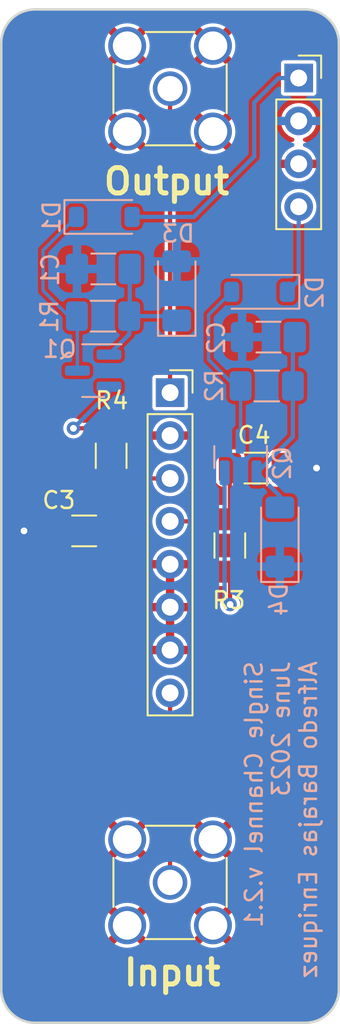
<source format=kicad_pcb>
(kicad_pcb (version 20221018) (generator pcbnew)
  (layers (0 "F.Cu" signal) (1 "In1.Cu" signal) (2 "In2.Cu" signal) (31 "B.Cu" signal) (34 "B.Paste" user) (35 "F.Paste" user) (36 "B.SilkS" user "B.Silkscreen") (37 "F.SilkS" user "F.Silkscreen") (38 "B.Mask" user) (39 "F.Mask" user) (44 "Edge.Cuts" user))
  (net 0 "")
  (net 1 "GND")
  (net 2 "Net-(D3-K)")
  (net 3 "Net-(D4-A)")
  (net 4 "+11")
  (net 5 "Net-(D1-A)")
  (net 6 "Net-(D2-K)")
  (net 7 "-11")
  (net 8 "Net-(J2-Output)")
  (net 9 "Net-(J2-Pin_3)")
  (net 10 "Net-(J2-Pin_4)")
  (net 11 "Net-(J2-Input)")
  (net 12 "Net-(Q1-E)")
  (net 13 "Net-(Q2-E)")
  (net 14 "GND1")
  (footprint "Resistor_SMD:R_1206_3216Metric_Pad1.30x1.75mm_HandSolder" (layer "F.Cu") (at 68.54 47.05 90)
    (fp_text reference "R3" (at -3.25 -0.06 180) (layer "F.SilkS"))
    (fp_text value "4.7" hide)
    (fp_line (start -0.727064 -0.91) (end 0.727064 -0.91) (stroke (width 0.12)) (layer "F.SilkS"))
    (fp_line (start -0.727064 0.91) (end 0.727064 0.91) (stroke (width 0.12)) (layer "F.SilkS"))
    (pad "1" smd roundrect (at -1.55 0 90) (size 1.3 1.75) (layers "F.Cu" "F.Paste" "F.Mask") (roundrect_rratio 0.1923076923) (net 13 "Net-(Q2-E)"))
    (pad "2" smd roundrect (at 1.55 0 90) (size 1.3 1.75) (layers "F.Cu" "F.Paste" "F.Mask") (roundrect_rratio 0.1923076923) (net 10 "Net-(J2-Pin_4)"))
  )
  (footprint "Connector_PinSocket_2.54mm:PinSocket_1x04_P2.54mm_Vertical" (layer "F.Cu") (at 72.62 19.37)
    (fp_text reference "J3" hide)
    (fp_text value "Conn_01x04" hide)
    (fp_line (start -1.33 1.27) (end -1.33 8.95) (stroke (width 0.12)) (layer "F.SilkS"))
    (fp_line (start -1.33 1.27) (end 1.33 1.27) (stroke (width 0.12)) (layer "F.SilkS"))
    (fp_line (start -1.33 8.95) (end 1.33 8.95) (stroke (width 0.12)) (layer "F.SilkS"))
    (fp_line (start 0 -1.33) (end 1.33 -1.33) (stroke (width 0.12)) (layer "F.SilkS"))
    (fp_line (start 1.33 -1.33) (end 1.33 0) (stroke (width 0.12)) (layer "F.SilkS"))
    (fp_line (start 1.33 1.27) (end 1.33 8.95) (stroke (width 0.12)) (layer "F.SilkS"))
    (pad "1" thru_hole rect (at 0 0) (size 1.7 1.7) (drill 1) (layers "*.Cu" "*.Mask") (net 5 "Net-(D1-A)"))
    (pad "2" thru_hole oval (at 0 2.54) (size 1.7 1.7) (drill 1) (layers "*.Cu" "*.Mask") (net 1 "GND"))
    (pad "3" thru_hole oval (at 0 5.08) (size 1.7 1.7) (drill 1) (layers "*.Cu" "*.Mask") (net 14 "GND1"))
    (pad "4" thru_hole oval (at 0 7.62) (size 1.7 1.7) (drill 1) (layers "*.Cu" "*.Mask") (net 6 "Net-(D2-K)"))
  )
  (footprint "Connector_Coaxial:SMA_Amphenol_901-144_Vertical" (layer "F.Cu") (at 65 67)
    (fp_text reference "J4" hide)
    (fp_text value "Conn_Coaxial_In" hide)
    (fp_line (start -3.355 -1.45) (end -3.355 1.45) (stroke (width 0.12)) (layer "F.SilkS"))
    (fp_line (start -1.45 -3.355) (end 1.45 -3.355) (stroke (width 0.12)) (layer "F.SilkS"))
    (fp_line (start -1.45 3.355) (end 1.45 3.355) (stroke (width 0.12)) (layer "F.SilkS"))
    (fp_line (start 3.355 -1.45) (end 3.355 1.45) (stroke (width 0.12)) (layer "F.SilkS"))
    (pad "1" thru_hole circle (at 0 0) (size 2.05 2.05) (drill 1.5) (layers "*.Cu" "*.Mask") (net 11 "Net-(J2-Input)"))
    (pad "2" thru_hole circle (at -2.54 -2.54) (size 2.25 2.25) (drill 1.7) (layers "*.Cu" "*.Mask") (net 14 "GND1"))
    (pad "2" thru_hole circle (at -2.54 2.54) (size 2.25 2.25) (drill 1.7) (layers "*.Cu" "*.Mask") (net 14 "GND1"))
    (pad "2" thru_hole circle (at 2.54 -2.54) (size 2.25 2.25) (drill 1.7) (layers "*.Cu" "*.Mask") (net 14 "GND1"))
    (pad "2" thru_hole circle (at 2.54 2.54) (size 2.25 2.25) (drill 1.7) (layers "*.Cu" "*.Mask") (net 14 "GND1"))
  )
  (footprint "Capacitor_SMD:C_1206_3216Metric_Pad1.33x1.80mm_HandSolder" (layer "F.Cu") (at 70.115 42.465)
    (fp_text reference "C4" (at -0.14 -1.945) (layer "F.SilkS"))
    (fp_text value "10uF" hide)
    (fp_line (start -0.711252 -0.91) (end 0.711252 -0.91) (stroke (width 0.12)) (layer "F.SilkS"))
    (fp_line (start -0.711252 0.91) (end 0.711252 0.91) (stroke (width 0.12)) (layer "F.SilkS"))
    (pad "1" smd roundrect (at -1.5625 0) (size 1.325 1.8) (layers "F.Cu" "F.Paste" "F.Mask") (roundrect_rratio 0.1886792453) (net 10 "Net-(J2-Pin_4)"))
    (pad "2" smd roundrect (at 1.5625 0) (size 1.325 1.8) (layers "F.Cu" "F.Paste" "F.Mask") (roundrect_rratio 0.1886792453) (net 1 "GND"))
  )
  (footprint "Connector_Coaxial:SMA_Amphenol_901-144_Vertical" (layer "F.Cu") (at 65 20)
    (fp_text reference "J5" hide)
    (fp_text value "Conn_Coaxial_Out" hide)
    (fp_line (start -3.355 -1.45) (end -3.355 1.45) (stroke (width 0.12)) (layer "F.SilkS"))
    (fp_line (start -1.45 -3.355) (end 1.45 -3.355) (stroke (width 0.12)) (layer "F.SilkS"))
    (fp_line (start -1.45 3.355) (end 1.45 3.355) (stroke (width 0.12)) (layer "F.SilkS"))
    (fp_line (start 3.355 -1.45) (end 3.355 1.45) (stroke (width 0.12)) (layer "F.SilkS"))
    (pad "1" thru_hole circle (at 0 0) (size 2.05 2.05) (drill 1.5) (layers "*.Cu" "*.Mask") (net 8 "Net-(J2-Output)"))
    (pad "2" thru_hole circle (at -2.54 -2.54) (size 2.25 2.25) (drill 1.7) (layers "*.Cu" "*.Mask") (net 14 "GND1"))
    (pad "2" thru_hole circle (at -2.54 2.54) (size 2.25 2.25) (drill 1.7) (layers "*.Cu" "*.Mask") (net 14 "GND1"))
    (pad "2" thru_hole circle (at 2.54 -2.54) (size 2.25 2.25) (drill 1.7) (layers "*.Cu" "*.Mask") (net 14 "GND1"))
    (pad "2" thru_hole circle (at 2.54 2.54) (size 2.25 2.25) (drill 1.7) (layers "*.Cu" "*.Mask") (net 14 "GND1"))
  )
  (footprint "Resistor_SMD:R_1206_3216Metric_Pad1.30x1.75mm_HandSolder" (layer "F.Cu") (at 61.51 41.74 -90)
    (fp_text reference "R4" (at -3.27 -0.035 -180) (layer "F.SilkS"))
    (fp_text value "4.7" hide)
    (fp_line (start -0.727064 -0.91) (end 0.727064 -0.91) (stroke (width 0.12)) (layer "F.SilkS"))
    (fp_line (start -0.727064 0.91) (end 0.727064 0.91) (stroke (width 0.12)) (layer "F.SilkS"))
    (pad "1" smd roundrect (at -1.55 0 270) (size 1.3 1.75) (layers "F.Cu" "F.Paste" "F.Mask") (roundrect_rratio 0.1923076923) (net 12 "Net-(Q1-E)"))
    (pad "2" smd roundrect (at 1.55 0 270) (size 1.3 1.75) (layers "F.Cu" "F.Paste" "F.Mask") (roundrect_rratio 0.1923076923) (net 9 "Net-(J2-Pin_3)"))
  )
  (footprint "Capacitor_SMD:C_1206_3216Metric_Pad1.33x1.80mm_HandSolder" (layer "F.Cu") (at 59.91 46.185 180)
    (fp_text reference "C3" (at 1.5 1.815 180) (layer "F.SilkS"))
    (fp_text value "10uF" hide)
    (fp_line (start -0.711252 -0.91) (end 0.711252 -0.91) (stroke (width 0.12)) (layer "F.SilkS"))
    (fp_line (start -0.711252 0.91) (end 0.711252 0.91) (stroke (width 0.12)) (layer "F.SilkS"))
    (pad "1" smd roundrect (at -1.5625 0 180) (size 1.325 1.8) (layers "F.Cu" "F.Paste" "F.Mask") (roundrect_rratio 0.1886792453) (net 9 "Net-(J2-Pin_3)"))
    (pad "2" smd roundrect (at 1.5625 0 180) (size 1.325 1.8) (layers "F.Cu" "F.Paste" "F.Mask") (roundrect_rratio 0.1886792453) (net 1 "GND"))
  )
  (footprint "Connector_PinSocket_2.54mm:PinSocket_1x08_P2.54mm_Vertical" (layer "F.Cu") (at 65 38)
    (fp_text reference "J2" hide)
    (fp_text value "Conn_01x08" hide)
    (fp_line (start -1.33 1.27) (end -1.33 19.11) (stroke (width 0.12)) (layer "F.SilkS"))
    (fp_line (start -1.33 1.27) (end 1.33 1.27) (stroke (width 0.12)) (layer "F.SilkS"))
    (fp_line (start -1.33 19.11) (end 1.33 19.11) (stroke (width 0.12)) (layer "F.SilkS"))
    (fp_line (start 0 -1.33) (end 1.33 -1.33) (stroke (width 0.12)) (layer "F.SilkS"))
    (fp_line (start 1.33 -1.33) (end 1.33 0) (stroke (width 0.12)) (layer "F.SilkS"))
    (fp_line (start 1.33 1.27) (end 1.33 19.11) (stroke (width 0.12)) (layer "F.SilkS"))
    (pad "1" thru_hole rect (at 0 0) (size 1.7 1.7) (drill 1) (layers "*.Cu" "*.Mask") (net 8 "Net-(J2-Output)"))
    (pad "2" thru_hole oval (at 0 2.54) (size 1.7 1.7) (drill 1) (layers "*.Cu" "*.Mask") (net 14 "GND1"))
    (pad "3" thru_hole oval (at 0 5.08) (size 1.7 1.7) (drill 1) (layers "*.Cu" "*.Mask") (net 9 "Net-(J2-Pin_3)"))
    (pad "4" thru_hole oval (at 0 7.62) (size 1.7 1.7) (drill 1) (layers "*.Cu" "*.Mask") (net 10 "Net-(J2-Pin_4)"))
    (pad "5" thru_hole oval (at 0 10.16) (size 1.7 1.7) (drill 1) (layers "*.Cu" "*.Mask") (net 14 "GND1"))
    (pad "6" thru_hole oval (at 0 12.7) (size 1.7 1.7) (drill 1) (layers "*.Cu" "*.Mask") (net 14 "GND1"))
    (pad "7" thru_hole oval (at 0 15.24) (size 1.7 1.7) (drill 1) (layers "*.Cu" "*.Mask") (net 14 "GND1"))
    (pad "8" thru_hole oval (at 0 17.78) (size 1.7 1.7) (drill 1) (layers "*.Cu" "*.Mask") (net 11 "Net-(J2-Input)"))
  )
  (footprint "Package_TO_SOT_SMD:SOT-23" (layer "B.Cu") (at 69.18 41.8125 90)
    (fp_text reference "Q2" (at -0.3725 2.46 90) (layer "B.SilkS") (effects (justify mirror)))
    (fp_text value "MMBT3906" hide)
    (fp_line (start 0 -1.56) (end -0.65 -1.56) (stroke (width 0.12)) (layer "B.SilkS"))
    (fp_line (start 0 -1.56) (end 0.65 -1.56) (stroke (width 0.12)) (layer "B.SilkS"))
    (fp_line (start 0 1.56) (end -1.675 1.56) (stroke (width 0.12)) (layer "B.SilkS"))
    (fp_line (start 0 1.56) (end 0.65 1.56) (stroke (width 0.12)) (layer "B.SilkS"))
    (pad "1" smd roundrect (at -0.9375 0.95 90) (size 1.475 0.6) (layers "B.Cu" "B.Paste" "B.Mask") (net 3 "Net-(D4-A)"))
    (pad "2" smd roundrect (at -0.9375 -0.95 90) (size 1.475 0.6) (layers "B.Cu" "B.Paste" "B.Mask") (net 13 "Net-(Q2-E)"))
    (pad "3" smd roundrect (at 0.9375 0 90) (size 1.475 0.6) (layers "B.Cu" "B.Paste" "B.Mask") (net 7 "-11"))
  )
  (footprint "Diode_SMD:D_SOD-123" (layer "B.Cu") (at 61.1 27.595)
    (fp_text reference "D1" (at -3.11 0.025 90) (layer "B.SilkS") (effects (justify mirror)))
    (fp_text value "1N4148W" hide)
    (fp_line (start -2.36 -1) (end 1.65 -1) (stroke (width 0.12)) (layer "B.SilkS"))
    (fp_line (start -2.36 1) (end -2.36 -1) (stroke (width 0.12)) (layer "B.SilkS"))
    (fp_line (start -2.36 1) (end 1.65 1) (stroke (width 0.12)) (layer "B.SilkS"))
    (pad "1" smd roundrect (at -1.65 0) (size 0.9 1.2) (layers "B.Cu" "B.Paste" "B.Mask") (net 4 "+11"))
    (pad "2" smd roundrect (at 1.65 0) (size 0.9 1.2) (layers "B.Cu" "B.Paste" "B.Mask") (net 5 "Net-(D1-A)"))
  )
  (footprint "Diode_SMD:D_MiniMELF" (layer "B.Cu") (at 65.395 31.975 90)
    (fp_text reference "D3" (at 3.38 0.08 180) (layer "B.SilkS") (effects (justify mirror)))
    (fp_text value "BZV55B7V5" hide)
    (fp_line (start -2.66 -1.11) (end 1.75 -1.11) (stroke (width 0.12)) (layer "B.SilkS"))
    (fp_line (start -2.66 1.11) (end -2.66 -1.11) (stroke (width 0.12)) (layer "B.SilkS"))
    (fp_line (start 1.75 1.11) (end -2.66 1.11) (stroke (width 0.12)) (layer "B.SilkS"))
    (pad "1" smd roundrect (at -1.75 0 90) (size 1.3 1.7) (layers "B.Cu" "B.Paste" "B.Mask") (roundrect_rratio 0.1923076923) (net 2 "Net-(D3-K)"))
    (pad "2" smd roundrect (at 1.75 0 90) (size 1.3 1.7) (layers "B.Cu" "B.Paste" "B.Mask") (roundrect_rratio 0.1923076923) (net 1 "GND"))
  )
  (footprint "Package_TO_SOT_SMD:SOT-23" (layer "B.Cu") (at 60.445 36.695 180)
    (fp_text reference "Q1" (at 1.99 1.275) (layer "B.SilkS") (effects (justify mirror)))
    (fp_text value "MMBT3904" hide)
    (fp_line (start 0 -1.56) (end -0.65 -1.56) (stroke (width 0.12)) (layer "B.SilkS"))
    (fp_line (start 0 -1.56) (end 0.65 -1.56) (stroke (width 0.12)) (layer "B.SilkS"))
    (fp_line (start 0 1.56) (end -1.675 1.56) (stroke (width 0.12)) (layer "B.SilkS"))
    (fp_line (start 0 1.56) (end 0.65 1.56) (stroke (width 0.12)) (layer "B.SilkS"))
    (pad "1" smd roundrect (at -0.9375 0.95 180) (size 1.475 0.6) (layers "B.Cu" "B.Paste" "B.Mask") (net 2 "Net-(D3-K)"))
    (pad "2" smd roundrect (at -0.9375 -0.95 180) (size 1.475 0.6) (layers "B.Cu" "B.Paste" "B.Mask") (net 12 "Net-(Q1-E)"))
    (pad "3" smd roundrect (at 0.9375 0 180) (size 1.475 0.6) (layers "B.Cu" "B.Paste" "B.Mask") (net 4 "+11"))
  )
  (footprint "Resistor_SMD:R_1206_3216Metric_Pad1.30x1.75mm_HandSolder" (layer "B.Cu") (at 70.725 37.605)
    (fp_text reference "R2" (at -3.105 -0.005 90) (layer "B.SilkS") (effects (justify mirror)))
    (fp_text value "1.0k" hide)
    (fp_line (start -0.727064 -0.91) (end 0.727064 -0.91) (stroke (width 0.12)) (layer "B.SilkS"))
    (fp_line (start -0.727064 0.91) (end 0.727064 0.91) (stroke (width 0.12)) (layer "B.SilkS"))
    (pad "1" smd roundrect (at -1.55 0) (size 1.3 1.75) (layers "B.Cu" "B.Paste" "B.Mask") (roundrect_rratio 0.1923076923) (net 7 "-11"))
    (pad "2" smd roundrect (at 1.55 0) (size 1.3 1.75) (layers "B.Cu" "B.Paste" "B.Mask") (roundrect_rratio 0.1923076923) (net 3 "Net-(D4-A)"))
  )
  (footprint "Resistor_SMD:R_1206_3216Metric_Pad1.30x1.75mm_HandSolder" (layer "B.Cu") (at 61.03 33.47)
    (fp_text reference "R1" (at -3.175 0.02 -90) (layer "B.SilkS") (effects (justify mirror)))
    (fp_text value "1.0k" hide)
    (fp_line (start -0.727064 -0.91) (end 0.727064 -0.91) (stroke (width 0.12)) (layer "B.SilkS"))
    (fp_line (start -0.727064 0.91) (end 0.727064 0.91) (stroke (width 0.12)) (layer "B.SilkS"))
    (pad "1" smd roundrect (at -1.55 0) (size 1.3 1.75) (layers "B.Cu" "B.Paste" "B.Mask") (roundrect_rratio 0.1923076923) (net 4 "+11"))
    (pad "2" smd roundrect (at 1.55 0) (size 1.3 1.75) (layers "B.Cu" "B.Paste" "B.Mask") (roundrect_rratio 0.1923076923) (net 2 "Net-(D3-K)"))
  )
  (footprint "Diode_SMD:D_MiniMELF" (layer "B.Cu") (at 71.505 46.55 90)
    (fp_text reference "D4" (at -3.6875 -0.06 90) (layer "B.SilkS") (effects (justify mirror)))
    (fp_text value "BZV55B7V5" hide)
    (fp_line (start -2.66 -1.11) (end 1.75 -1.11) (stroke (width 0.12)) (layer "B.SilkS"))
    (fp_line (start -2.66 1.11) (end -2.66 -1.11) (stroke (width 0.12)) (layer "B.SilkS"))
    (fp_line (start 1.75 1.11) (end -2.66 1.11) (stroke (width 0.12)) (layer "B.SilkS"))
    (pad "1" smd roundrect (at -1.75 0 90) (size 1.3 1.7) (layers "B.Cu" "B.Paste" "B.Mask") (roundrect_rratio 0.1923076923) (net 1 "GND"))
    (pad "2" smd roundrect (at 1.75 0 90) (size 1.3 1.7) (layers "B.Cu" "B.Paste" "B.Mask") (roundrect_rratio 0.1923076923) (net 3 "Net-(D4-A)"))
  )
  (footprint "Diode_SMD:D_SOD-123" (layer "B.Cu") (at 70.295 32.03 180)
    (fp_text reference "D2" (at -3.275 -0.035 90) (layer "B.SilkS") (effects (justify mirror)))
    (fp_text value "1N4148W" hide)
    (fp_line (start -2.36 -1) (end 1.65 -1) (stroke (width 0.12)) (layer "B.SilkS"))
    (fp_line (start -2.36 1) (end -2.36 -1) (stroke (width 0.12)) (layer "B.SilkS"))
    (fp_line (start -2.36 1) (end 1.65 1) (stroke (width 0.12)) (layer "B.SilkS"))
    (pad "1" smd roundrect (at -1.65 0 180) (size 0.9 1.2) (layers "B.Cu" "B.Paste" "B.Mask") (net 6 "Net-(D2-K)"))
    (pad "2" smd roundrect (at 1.65 0 180) (size 0.9 1.2) (layers "B.Cu" "B.Paste" "B.Mask") (net 7 "-11"))
  )
  (footprint "Capacitor_SMD:C_1206_3216Metric_Pad1.33x1.80mm_HandSolder" (layer "B.Cu") (at 61.0475 30.675 180)
    (fp_text reference "C1" (at 3.1375 -0.045 270) (layer "B.SilkS") (effects (justify mirror)))
    (fp_text value "10uF" hide)
    (fp_line (start -0.711252 -0.91) (end 0.711252 -0.91) (stroke (width 0.12)) (layer "B.SilkS"))
    (fp_line (start -0.711252 0.91) (end 0.711252 0.91) (stroke (width 0.12)) (layer "B.SilkS"))
    (pad "1" smd roundrect (at -1.5625 0 180) (size 1.325 1.8) (layers "B.Cu" "B.Paste" "B.Mask") (roundrect_rratio 0.1886792453) (net 2 "Net-(D3-K)"))
    (pad "2" smd roundrect (at 1.5625 0 180) (size 1.325 1.8) (layers "B.Cu" "B.Paste" "B.Mask") (roundrect_rratio 0.1886792453) (net 1 "GND"))
  )
  (footprint "Capacitor_SMD:C_1206_3216Metric_Pad1.33x1.80mm_HandSolder" (layer "B.Cu") (at 70.8275 34.71 180)
    (fp_text reference "C2" (at 3.0875 -0.045 90) (layer "B.SilkS") (effects (justify mirror)))
    (fp_text value "10uF" hide)
    (fp_line (start -0.711252 -0.91) (end 0.711252 -0.91) (stroke (width 0.12)) (layer "B.SilkS"))
    (fp_line (start -0.711252 0.91) (end 0.711252 0.91) (stroke (width 0.12)) (layer "B.SilkS"))
    (pad "1" smd roundrect (at -1.5625 0 180) (size 1.325 1.8) (layers "B.Cu" "B.Paste" "B.Mask") (roundrect_rratio 0.1886792453) (net 3 "Net-(D4-A)"))
    (pad "2" smd roundrect (at 1.5625 0 180) (size 1.325 1.8) (layers "B.Cu" "B.Paste" "B.Mask") (roundrect_rratio 0.1886792453) (net 1 "GND"))
  )
  (gr_arc (start 75 73.31) (mid 74.414214 74.724214) (end 73 75.31) (stroke (width 0.15)) (layer "Edge.Cuts"))
  (gr_line (start 57 15.31) (end 73 15.31) (stroke (width 0.15)) (layer "Edge.Cuts"))
  (gr_line (start 57 75.31) (end 73 75.31) (stroke (width 0.15)) (layer "Edge.Cuts"))
  (gr_arc (start 57 75.31) (mid 55.585786 74.724214) (end 55 73.31) (stroke (width 0.15)) (layer "Edge.Cuts"))
  (gr_line (start 55 73.31) (end 55 17.31) (stroke (width 0.15)) (layer "Edge.Cuts"))
  (gr_line (start 75 17.31) (end 75 73.31) (stroke (width 0.15)) (layer "Edge.Cuts"))
  (gr_arc (start 73 15.31) (mid 74.414214 15.895786) (end 75 17.31) (stroke (width 0.15)) (layer "Edge.Cuts"))
  (gr_arc (start 55 17.31) (mid 55.585786 15.895786) (end 57 15.31) (stroke (width 0.15)) (layer "Edge.Cuts"))
  (gr_text "Single Channel v.2.1\nJune 2023\nAlfredo Barajas Enriquez" (at 73.775 53.81 90) (layer "B.SilkS") (effects (font (size 1 1)) (justify left bottom mirror)))
  (gr_text "Output" (at 60.92 26.375) (layer "F.SilkS") (effects (font (size 1.5 1.5) (thickness 0.3) bold) (justify left bottom)))
  (gr_text "Input" (at 62.115 73.215) (layer "F.SilkS") (effects (font (size 1.5 1.5) (thickness 0.3) bold) (justify left bottom)))
  (segment (start 56.3475 46.185) (end 58.3475 46.185) (width 0.25) (layer "F.Cu") (net 1))
  (segment (start 73.6775 42.465) (end 71.6775 42.465) (width 0.25) (layer "F.Cu") (net 1))
  (via blind (at 73.6775 42.465) (size 0.8) (drill 0.4) (layers "F.Cu" "B.Cu") (remove_unused_layers) (zone_layer_connections "In2.Cu" "B.Cu") (net 1))
  (via blind (at 56.3475 46.185) (size 0.8) (drill 0.4) (layers "F.Cu" "B.Cu") (remove_unused_layers) (zone_layer_connections "In2.Cu" "B.Cu") (net 1))
  (segment (start 62.58 34.5475) (end 61.3825 35.745) (width 0.25) (layer "B.Cu") (net 2))
  (segment (start 65.32 33.72) (end 65.07 33.47) (width 0.25) (layer "B.Cu") (net 2))
  (segment (start 62.58 33.47) (end 62.58 34.5475) (width 0.25) (layer "B.Cu") (net 2))
  (segment (start 65.14 33.47) (end 65.395 33.725) (width 0.25) (layer "B.Cu") (net 2))
  (segment (start 62.58 33.47) (end 65.14 33.47) (width 0.25) (layer "B.Cu") (net 2))
  (segment (start 62.61 30.675) (end 62.61 33.44) (width 0.25) (layer "B.Cu") (net 2))
  (segment (start 62.61 33.44) (end 62.58 33.47) (width 0.25) (layer "B.Cu") (net 2))
  (segment (start 72.275 37.605) (end 72.275 34.825) (width 0.25) (layer "B.Cu") (net 3))
  (segment (start 70.13 42.75) (end 72.275 40.605) (width 0.25) (layer "B.Cu") (net 3))
  (segment (start 72.39 37.115) (end 71.92 37.585) (width 0.25) (layer "B.Cu") (net 3))
  (segment (start 72.275 40.605) (end 72.275 37.605) (width 0.25) (layer "B.Cu") (net 3))
  (segment (start 71.505 44.8) (end 71.505 44.125) (width 0.25) (layer "B.Cu") (net 3))
  (segment (start 71.505 44.125) (end 70.13 42.75) (width 0.25) (layer "B.Cu") (net 3))
  (segment (start 72.275 34.825) (end 72.39 34.71) (width 0.25) (layer "B.Cu") (net 3))
  (segment (start 59.48 33.47) (end 58.99 33.47) (width 0.2) (layer "B.Cu") (net 4))
  (segment (start 57.475 29.57) (end 59.45 27.595) (width 0.2) (layer "B.Cu") (net 4))
  (segment (start 59.5075 33.4975) (end 59.48 33.47) (width 0.2) (layer "B.Cu") (net 4))
  (segment (start 57.475 31.955) (end 57.475 29.57) (width 0.2) (layer "B.Cu") (net 4))
  (segment (start 59.5075 36.695) (end 59.5075 33.4975) (width 0.2) (layer "B.Cu") (net 4))
  (segment (start 58.99 33.47) (end 57.475 31.955) (width 0.2) (layer "B.Cu") (net 4))
  (segment (start 69.985 20.82) (end 71.435 19.37) (width 0.25) (layer "B.Cu") (net 5))
  (segment (start 69.985 24.015) (end 69.985 20.82) (width 0.25) (layer "B.Cu") (net 5))
  (segment (start 62.75 27.595) (end 66.405 27.595) (width 0.25) (layer "B.Cu") (net 5))
  (segment (start 66.405 27.595) (end 69.985 24.015) (width 0.25) (layer "B.Cu") (net 5))
  (segment (start 71.435 19.37) (end 72.62 19.37) (width 0.25) (layer "B.Cu") (net 5))
  (segment (start 72.62 26.99) (end 72.62 31.355) (width 0.25) (layer "B.Cu") (net 6))
  (segment (start 72.62 31.355) (end 71.945 32.03) (width 0.25) (layer "B.Cu") (net 6))
  (segment (start 67.285 36.05) (end 68.84 37.605) (width 0.2) (layer "B.Cu") (net 7))
  (segment (start 69.18 37.61) (end 69.175 37.605) (width 0.2) (layer "B.Cu") (net 7))
  (segment (start 68.84 37.605) (end 69.175 37.605) (width 0.2) (layer "B.Cu") (net 7))
  (segment (start 68.645 32.03) (end 67.285 33.39) (width 0.2) (layer "B.Cu") (net 7))
  (segment (start 69.18 40.875) (end 69.18 37.61) (width 0.2) (layer "B.Cu") (net 7))
  (segment (start 67.285 33.39) (end 67.285 36.05) (width 0.2) (layer "B.Cu") (net 7))
  (segment (start 65 38) (end 65 20) (width 0.25) (layer "F.Cu") (net 8))
  (segment (start 61.4725 46.185) (end 61.4725 43.3275) (width 0.25) (layer "F.Cu") (net 9))
  (segment (start 61.4725 43.3275) (end 61.51 43.29) (width 0.25) (layer "F.Cu") (net 9))
  (segment (start 61.72 43.08) (end 65 43.08) (width 0.25) (layer "F.Cu") (net 9))
  (segment (start 61.51 43.29) (end 61.72 43.08) (width 0.25) (layer "F.Cu") (net 9))
  (segment (start 68.54 45.5) (end 68.42 45.62) (width 0.25) (layer "F.Cu") (net 10))
  (segment (start 68.54 45.5) (end 68.54 42.5675) (width 0.25) (layer "F.Cu") (net 10))
  (segment (start 68.54 42.5675) (end 68.4425 42.47) (width 0.25) (layer "F.Cu") (net 10))
  (segment (start 68.42 45.62) (end 65 45.62) (width 0.25) (layer "F.Cu") (net 10))
  (segment (start 65 55.78) (end 65 67) (width 0.25) (layer "F.Cu") (net 11))
  (segment (start 61.43 40.11) (end 61.51 40.19) (width 0.25) (layer "F.Cu") (net 12))
  (segment (start 59.275 40.11) (end 61.43 40.11) (width 0.25) (layer "F.Cu") (net 12))
  (via blind (at 59.275 40.11) (size 0.8) (drill 0.4) (layers "F.Cu" "B.Cu") (remove_unused_layers) (net 12))
  (segment (start 61.3825 38.0025) (end 61.3825 37.645) (width 0.25) (layer "B.Cu") (net 12))
  (segment (start 59.275 40.11) (end 61.3825 38.0025) (width 0.25) (layer "B.Cu") (net 12))
  (segment (start 68.555 50.545) (end 68.555 48.615) (width 0.25) (layer "F.Cu") (net 13))
  (segment (start 68.555 48.615) (end 68.54 48.6) (width 0.25) (layer "F.Cu") (net 13))
  (via blind (at 68.555 50.545) (size 0.8) (drill 0.4) (layers "F.Cu" "B.Cu") (remove_unused_layers) (net 13))
  (segment (start 68.23 50.22) (end 68.23 42.75) (width 0.25) (layer "B.Cu") (net 13))
  (segment (start 68.555 50.545) (end 68.23 50.22) (width 0.25) (layer "B.Cu") (net 13))
  (zone (net 14) (net_name "GND1") (layers "F.Cu" "In1.Cu") (connect_pads (clearance 0)) (min_thickness 0.25) (fill yes (thermal_gap 0.5) (thermal_bridge_width 0.5))
    (polygon (pts (xy 56.98 15.31) (xy 56.58 15.355) (xy 55.95 15.62) (xy 55.465 16.055) (xy 55.13 16.57) (xy 54.995 17.235) (xy 54.995 73.42) (xy 55.095 73.96) (xy 55.31 74.425) (xy 55.815 74.955) (xy 56.45 75.26) (xy 56.945 75.305) (xy 73.115 75.305) (xy 73.57 75.235) (xy 73.97 75.06) (xy 74.25 74.9) (xy 74.645 74.515) (xy 74.94 73.845) (xy 75.01 73.33) (xy 75.01 17.135) (xy 74.915 16.695) (xy 74.725 16.28) (xy 74.375 15.84) (xy 73.8 15.47) (xy 73.23 15.31)))
  )
  (zone (net 1) (net_name "GND") (layers "In2.Cu" "B.Cu") (connect_pads (clearance 0)) (min_thickness 0.25) (fill yes (thermal_gap 0.5) (thermal_bridge_width 0.5))
    (polygon (pts (xy 56.98 15.31) (xy 56.58 15.355) (xy 55.95 15.62) (xy 55.465 16.055) (xy 55.13 16.57) (xy 54.995 17.235) (xy 54.995 73.42) (xy 55.095 73.96) (xy 55.31 74.425) (xy 55.815 74.955) (xy 56.45 75.26) (xy 56.945 75.305) (xy 73.115 75.305) (xy 73.57 75.235) (xy 73.97 75.06) (xy 74.25 74.9) (xy 74.645 74.515) (xy 74.94 73.845) (xy 75.01 73.33) (xy 75.01 17.135) (xy 74.915 16.695) (xy 74.725 16.28) (xy 74.375 15.84) (xy 73.8 15.47) (xy 73.23 15.31)))
  )
)
</source>
